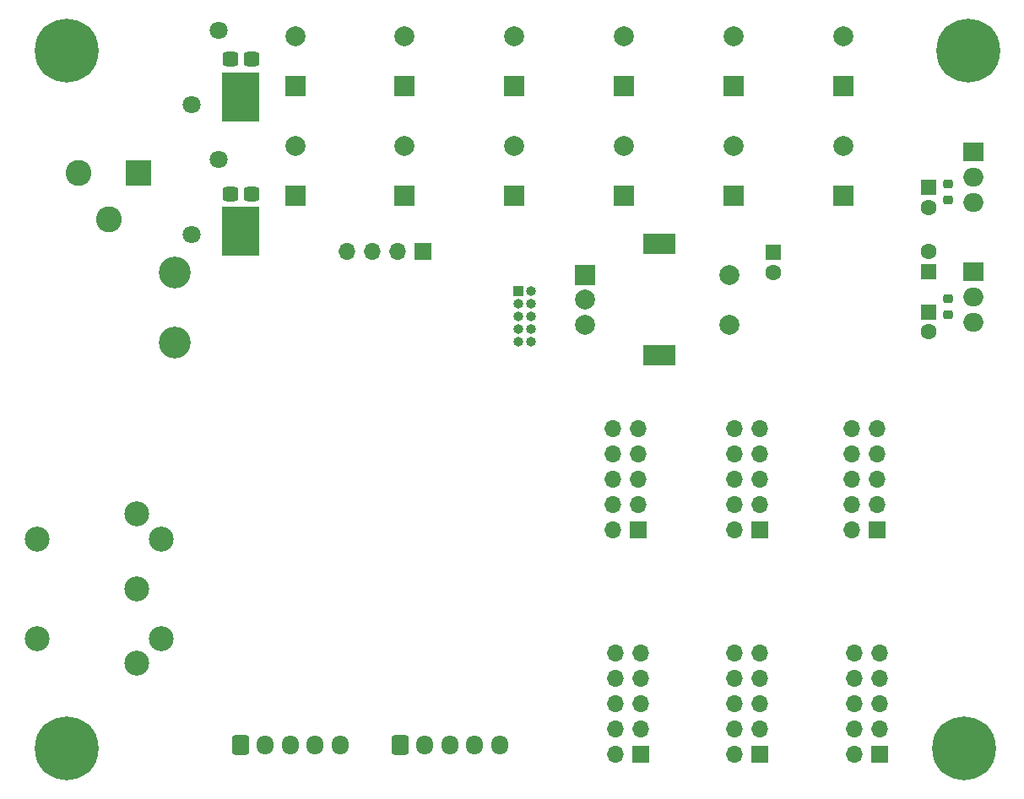
<source format=gbr>
%TF.GenerationSoftware,KiCad,Pcbnew,8.0.0*%
%TF.CreationDate,2024-07-13T20:22:53-07:00*%
%TF.ProjectId,midi-controller,6d696469-2d63-46f6-9e74-726f6c6c6572,rev?*%
%TF.SameCoordinates,Original*%
%TF.FileFunction,Soldermask,Bot*%
%TF.FilePolarity,Negative*%
%FSLAX46Y46*%
G04 Gerber Fmt 4.6, Leading zero omitted, Abs format (unit mm)*
G04 Created by KiCad (PCBNEW 8.0.0) date 2024-07-13 20:22:53*
%MOMM*%
%LPD*%
G01*
G04 APERTURE LIST*
G04 Aperture macros list*
%AMRoundRect*
0 Rectangle with rounded corners*
0 $1 Rounding radius*
0 $2 $3 $4 $5 $6 $7 $8 $9 X,Y pos of 4 corners*
0 Add a 4 corners polygon primitive as box body*
4,1,4,$2,$3,$4,$5,$6,$7,$8,$9,$2,$3,0*
0 Add four circle primitives for the rounded corners*
1,1,$1+$1,$2,$3*
1,1,$1+$1,$4,$5*
1,1,$1+$1,$6,$7*
1,1,$1+$1,$8,$9*
0 Add four rect primitives between the rounded corners*
20,1,$1+$1,$2,$3,$4,$5,0*
20,1,$1+$1,$4,$5,$6,$7,0*
20,1,$1+$1,$6,$7,$8,$9,0*
20,1,$1+$1,$8,$9,$2,$3,0*%
G04 Aperture macros list end*
%ADD10C,2.499360*%
%ADD11C,3.200000*%
%ADD12C,6.400000*%
%ADD13RoundRect,0.250000X-0.600000X-0.725000X0.600000X-0.725000X0.600000X0.725000X-0.600000X0.725000X0*%
%ADD14O,1.700000X1.950000*%
%ADD15R,2.000000X2.000000*%
%ADD16C,2.000000*%
%ADD17R,3.200000X2.000000*%
%ADD18R,1.000000X1.000000*%
%ADD19O,1.000000X1.000000*%
%ADD20R,1.700000X1.700000*%
%ADD21O,1.700000X1.700000*%
%ADD22R,2.000000X1.905000*%
%ADD23O,2.000000X1.905000*%
%ADD24C,1.800000*%
%ADD25R,2.600000X2.600000*%
%ADD26C,2.600000*%
%ADD27RoundRect,0.360000X0.440000X-0.360000X0.440000X0.360000X-0.440000X0.360000X-0.440000X-0.360000X0*%
%ADD28R,3.800000X4.960000*%
%ADD29R,1.600000X1.600000*%
%ADD30C,1.600000*%
%ADD31RoundRect,0.225000X-0.250000X0.225000X-0.250000X-0.225000X0.250000X-0.225000X0.250000X0.225000X0*%
%ADD32RoundRect,0.225000X0.250000X-0.225000X0.250000X0.225000X-0.250000X0.225000X-0.250000X-0.225000X0*%
G04 APERTURE END LIST*
D10*
%TO.C,J3*%
X116099100Y-104803820D03*
X116099100Y-114796180D03*
X113597200Y-102301920D03*
X113599740Y-109800000D03*
X113597200Y-117298080D03*
X103602300Y-114801260D03*
X103602300Y-104798740D03*
%TD*%
D11*
%TO.C,SW2*%
X117425000Y-78100000D03*
X117425000Y-85100000D03*
%TD*%
D12*
%TO.C,H4*%
X196600000Y-125800000D03*
%TD*%
%TO.C,H3*%
X106600000Y-125800000D03*
%TD*%
%TO.C,H2*%
X197000000Y-55800000D03*
%TD*%
%TO.C,H1*%
X106600000Y-55800000D03*
%TD*%
D13*
%TO.C,J5*%
X124000000Y-125475000D03*
D14*
X126500000Y-125475000D03*
X129000000Y-125475000D03*
X131500000Y-125475000D03*
X134000000Y-125475000D03*
%TD*%
D13*
%TO.C,J4*%
X140000000Y-125475000D03*
D14*
X142500000Y-125475000D03*
X145000000Y-125475000D03*
X147500000Y-125475000D03*
X150000000Y-125475000D03*
%TD*%
D15*
%TO.C,SW1*%
X158550000Y-78300000D03*
D16*
X158550000Y-83300000D03*
X158550000Y-80800000D03*
D17*
X166050000Y-75200000D03*
X166050000Y-86400000D03*
D16*
X173050000Y-83300000D03*
X173050000Y-78300000D03*
%TD*%
D18*
%TO.C,J2*%
X151875000Y-79950000D03*
D19*
X153145000Y-79950000D03*
X151875000Y-81220000D03*
X153145000Y-81220000D03*
X151875000Y-82490000D03*
X153145000Y-82490000D03*
X151875000Y-83760000D03*
X153145000Y-83760000D03*
X151875000Y-85030000D03*
X153145000Y-85030000D03*
%TD*%
D20*
%TO.C,J1*%
X142300000Y-76000000D03*
D21*
X139760000Y-76000000D03*
X137220000Y-76000000D03*
X134680000Y-76000000D03*
%TD*%
D22*
%TO.C,U5*%
X197555000Y-65960000D03*
D23*
X197555000Y-68500000D03*
X197555000Y-71040000D03*
%TD*%
D22*
%TO.C,U4*%
X197555000Y-77960000D03*
D23*
X197555000Y-80500000D03*
X197555000Y-83040000D03*
%TD*%
D24*
%TO.C,TH2*%
X121850000Y-53750000D03*
X119150000Y-61250000D03*
%TD*%
%TO.C,TH1*%
X121850000Y-66750000D03*
X119150000Y-74250000D03*
%TD*%
D20*
%TO.C,J12*%
X188140000Y-126420000D03*
D21*
X185600000Y-126420000D03*
X188140000Y-123880000D03*
X185600000Y-123880000D03*
X188140000Y-121340000D03*
X185600000Y-121340000D03*
X188140000Y-118800000D03*
X185600000Y-118800000D03*
X188140000Y-116260000D03*
X185600000Y-116260000D03*
%TD*%
D20*
%TO.C,J11*%
X187875000Y-103875000D03*
D21*
X185335000Y-103875000D03*
X187875000Y-101335000D03*
X185335000Y-101335000D03*
X187875000Y-98795000D03*
X185335000Y-98795000D03*
X187875000Y-96255000D03*
X185335000Y-96255000D03*
X187875000Y-93715000D03*
X185335000Y-93715000D03*
%TD*%
D20*
%TO.C,J10*%
X163875000Y-103875000D03*
D21*
X161335000Y-103875000D03*
X163875000Y-101335000D03*
X161335000Y-101335000D03*
X163875000Y-98795000D03*
X161335000Y-98795000D03*
X163875000Y-96255000D03*
X161335000Y-96255000D03*
X163875000Y-93715000D03*
X161335000Y-93715000D03*
%TD*%
D20*
%TO.C,J9*%
X176140000Y-103875000D03*
D21*
X173600000Y-103875000D03*
X176140000Y-101335000D03*
X173600000Y-101335000D03*
X176140000Y-98795000D03*
X173600000Y-98795000D03*
X176140000Y-96255000D03*
X173600000Y-96255000D03*
X176140000Y-93715000D03*
X173600000Y-93715000D03*
%TD*%
D20*
%TO.C,J8*%
X164140000Y-126420000D03*
D21*
X161600000Y-126420000D03*
X164140000Y-123880000D03*
X161600000Y-123880000D03*
X164140000Y-121340000D03*
X161600000Y-121340000D03*
X164140000Y-118800000D03*
X161600000Y-118800000D03*
X164140000Y-116260000D03*
X161600000Y-116260000D03*
%TD*%
D20*
%TO.C,J7*%
X176140000Y-126420000D03*
D21*
X173600000Y-126420000D03*
X176140000Y-123880000D03*
X173600000Y-123880000D03*
X176140000Y-121340000D03*
X173600000Y-121340000D03*
X176140000Y-118800000D03*
X173600000Y-118800000D03*
X176140000Y-116260000D03*
X173600000Y-116260000D03*
%TD*%
D25*
%TO.C,J6*%
X113800000Y-68050000D03*
D26*
X107800000Y-68050000D03*
X110800000Y-72750000D03*
%TD*%
D27*
%TO.C,D13*%
X122987500Y-56667500D03*
X125117500Y-56667500D03*
D28*
X124052500Y-60467500D03*
%TD*%
%TO.C,D12*%
X124052500Y-73967500D03*
D27*
X125117500Y-70167500D03*
X122987500Y-70167500D03*
%TD*%
D29*
%TO.C,C34*%
X193000000Y-69544887D03*
D30*
X193000000Y-71544887D03*
%TD*%
D29*
%TO.C,C33*%
X193000000Y-82044888D03*
D30*
X193000000Y-84044888D03*
%TD*%
D29*
%TO.C,C32*%
X177500000Y-76044887D03*
D30*
X177500000Y-78044887D03*
%TD*%
D31*
%TO.C,C31*%
X195000000Y-70775000D03*
X195000000Y-69225000D03*
%TD*%
D32*
%TO.C,C30*%
X195000000Y-82275000D03*
X195000000Y-80725000D03*
%TD*%
D29*
%TO.C,C29*%
X193000000Y-77955113D03*
D30*
X193000000Y-75955113D03*
%TD*%
D15*
%TO.C,C28*%
X184500000Y-59367677D03*
D16*
X184500000Y-54367677D03*
%TD*%
D15*
%TO.C,C27*%
X184500000Y-70367677D03*
D16*
X184500000Y-65367677D03*
%TD*%
D15*
%TO.C,C24*%
X173500000Y-59367677D03*
D16*
X173500000Y-54367677D03*
%TD*%
D15*
%TO.C,C23*%
X173500000Y-70367677D03*
D16*
X173500000Y-65367677D03*
%TD*%
D15*
%TO.C,C22*%
X162500000Y-59367677D03*
D16*
X162500000Y-54367677D03*
%TD*%
D15*
%TO.C,C21*%
X162500000Y-70367677D03*
D16*
X162500000Y-65367677D03*
%TD*%
D15*
%TO.C,C20*%
X151500000Y-59367677D03*
D16*
X151500000Y-54367677D03*
%TD*%
D15*
%TO.C,C19*%
X151500000Y-70367677D03*
D16*
X151500000Y-65367677D03*
%TD*%
D15*
%TO.C,C18*%
X140500000Y-59367677D03*
D16*
X140500000Y-54367677D03*
%TD*%
D15*
%TO.C,C17*%
X140500000Y-70367677D03*
D16*
X140500000Y-65367677D03*
%TD*%
D15*
%TO.C,C16*%
X129500000Y-59367677D03*
D16*
X129500000Y-54367677D03*
%TD*%
D15*
%TO.C,C15*%
X129500000Y-70367677D03*
D16*
X129500000Y-65367677D03*
%TD*%
M02*

</source>
